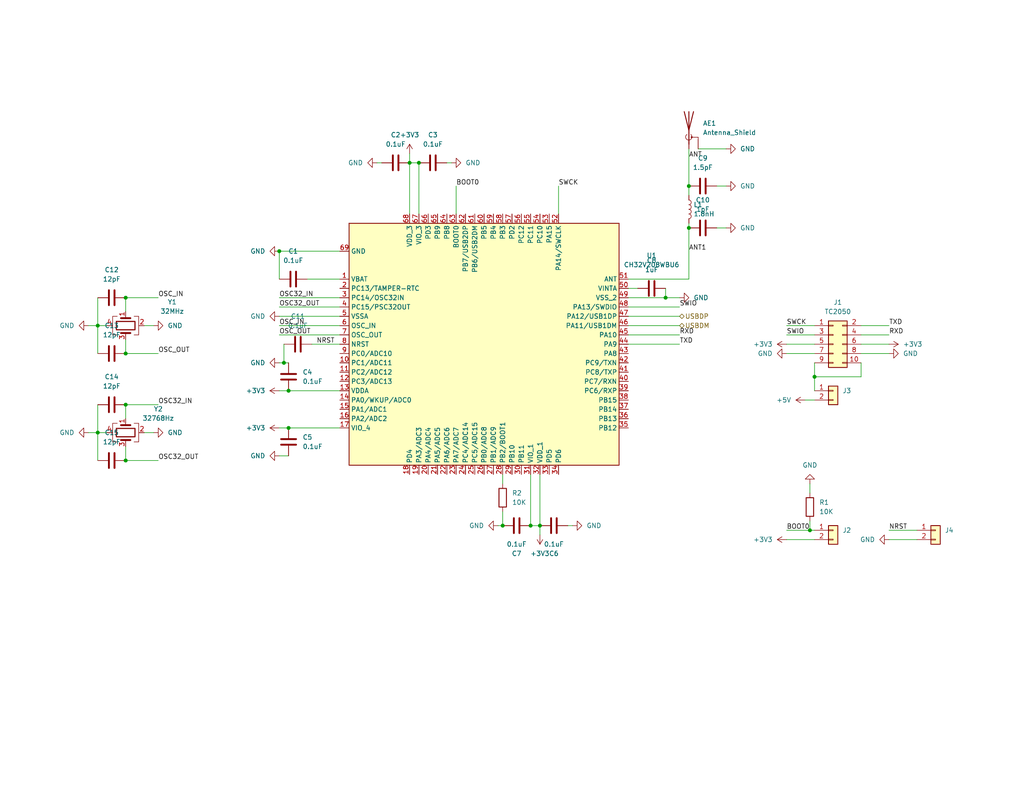
<source format=kicad_sch>
(kicad_sch (version 20230121) (generator eeschema)
  (paper "USLetter")
  (title_block (title "CH32V208W") (date "2023-05-30") (rev "1.0") (company "Thomas Reidemeister <treideme@gmail.com>") (comment 1 "Released under CERN-OHL-P (see LICENSE)"))
  (lib_symbols
    (symbol "Connector_Generic:Conn_01x02" (pin_names (offset 1.016) hide)
      (property "Reference" "J" (at 0 2.54 0))
      (property "Value" "Conn_01x02" (at 0 -5.08 0))
      (symbol "Conn_01x02_1_1"
        (rectangle (start -1.27 -2.413) (end 0 -2.667) (stroke (width 0.1524)))
        (rectangle (start -1.27 0.127) (end 0 -0.127) (stroke (width 0.1524)))
        (rectangle (start -1.27 1.27) (end 1.27 -3.81) (stroke (width 0.254)) (fill (type background)))
        (pin passive line (at -5.08 0 0) (length 3.81) (name "Pin_1") (number "1"))
        (pin passive line (at -5.08 -2.54 0) (length 3.81) (name "Pin_2") (number "2"))
      )
    )
    (symbol "Connector_Generic:Conn_02x05_Odd_Even" (pin_names (offset 1.016) hide)
      (property "Reference" "J" (at 1.27 7.62 0))
      (property "Value" "Conn_02x05_Odd_Even" (at 1.27 -7.62 0))
      (symbol "Conn_02x05_Odd_Even_1_1"
        (rectangle (start -1.27 -4.953) (end 0 -5.207) (stroke (width 0.1524)))
        (rectangle (start -1.27 -2.413) (end 0 -2.667) (stroke (width 0.1524)))
        (rectangle (start -1.27 0.127) (end 0 -0.127) (stroke (width 0.1524)))
        (rectangle (start -1.27 2.667) (end 0 2.413) (stroke (width 0.1524)))
        (rectangle (start -1.27 5.207) (end 0 4.953) (stroke (width 0.1524)))
        (rectangle (start -1.27 6.35) (end 3.81 -6.35) (stroke (width 0.254)) (fill (type background)))
        (rectangle (start 3.81 -4.953) (end 2.54 -5.207) (stroke (width 0.1524)))
        (rectangle (start 3.81 -2.413) (end 2.54 -2.667) (stroke (width 0.1524)))
        (rectangle (start 3.81 0.127) (end 2.54 -0.127) (stroke (width 0.1524)))
        (rectangle (start 3.81 2.667) (end 2.54 2.413) (stroke (width 0.1524)))
        (rectangle (start 3.81 5.207) (end 2.54 4.953) (stroke (width 0.1524)))
        (pin passive line (at -5.08 5.08 0) (length 3.81) (name "Pin_1") (number "1"))
        (pin passive line (at 7.62 -5.08 180) (length 3.81) (name "Pin_10") (number "10"))
        (pin passive line (at 7.62 5.08 180) (length 3.81) (name "Pin_2") (number "2"))
        (pin passive line (at -5.08 2.54 0) (length 3.81) (name "Pin_3") (number "3"))
        (pin passive line (at 7.62 2.54 180) (length 3.81) (name "Pin_4") (number "4"))
        (pin passive line (at -5.08 0 0) (length 3.81) (name "Pin_5") (number "5"))
        (pin passive line (at 7.62 0 180) (length 3.81) (name "Pin_6") (number "6"))
        (pin passive line (at -5.08 -2.54 0) (length 3.81) (name "Pin_7") (number "7"))
        (pin passive line (at 7.62 -2.54 180) (length 3.81) (name "Pin_8") (number "8"))
        (pin passive line (at -5.08 -5.08 0) (length 3.81) (name "Pin_9") (number "9"))
      )
    )
    (symbol "Device:Antenna_Shield" (pin_numbers hide) (pin_names (offset 1.016) hide)
      (property "Reference" "AE" (at -1.905 4.445 0))
      (property "Value" "Antenna_Shield" (at -1.905 2.54 0))
      (symbol "Antenna_Shield_0_1"
        (arc (start -0.508 -1.143) (mid -0.8429 -2.1194) (end 0 -2.667))
        (arc (start 0 -2.667) (mid 0.7989 -2.1052) (end 0.508 -1.143))
        (polyline (pts (xy 0 -2.54) (xy 0 0)))
        (polyline (pts (xy 0 5.08) (xy 0 -3.81)) (stroke (width 0.254)))
        (polyline (pts (xy 0.762 -1.905) (xy 2.54 -1.905)))
        (polyline (pts (xy 2.54 -2.54) (xy 2.54 -1.905)))
        (polyline (pts (xy 1.27 5.08) (xy 0 0) (xy -1.27 5.08)) (stroke (width 0.254)))
        (circle (center 0.762 -1.905) (radius 0.1778) (fill (type outline)))
      )
      (symbol "Antenna_Shield_1_1"
        (pin input line (at 0 -5.08 90) (length 2.54) (name "A") (number "1"))
        (pin input line (at 2.54 -5.08 90) (length 2.54) (name "Shield") (number "2"))
      )
    )
    (symbol "Device:C" (pin_numbers hide) (pin_names (offset 0.254))
      (property "Reference" "C" (at 0.635 2.54 0))
      (property "Value" "C" (at 0.635 -2.54 0))
      (symbol "C_0_1"
        (polyline (pts (xy -2.032 -0.762) (xy 2.032 -0.762)) (stroke (width 0.508)))
        (polyline (pts (xy -2.032 0.762) (xy 2.032 0.762)) (stroke (width 0.508)))
      )
      (symbol "C_1_1"
        (pin passive line (at 0 3.81 270) (length 2.794) (name "~") (number "1"))
        (pin passive line (at 0 -3.81 90) (length 2.794) (name "~") (number "2"))
      )
    )
    (symbol "Device:Crystal_GND24" (pin_names (offset 1.016) hide)
      (property "Reference" "Y" (at 3.175 5.08 0))
      (property "Value" "Crystal_GND24" (at 3.175 3.175 0))
      (symbol "Crystal_GND24_0_1"
        (rectangle (start -1.143 2.54) (end 1.143 -2.54) (stroke (width 0.3048)))
        (polyline (pts (xy -2.54 0) (xy -2.032 0)))
        (polyline (pts (xy -2.032 -1.27) (xy -2.032 1.27)) (stroke (width 0.508)))
        (polyline (pts (xy 0 -3.81) (xy 0 -3.556)))
        (polyline (pts (xy 0 3.556) (xy 0 3.81)))
        (polyline (pts (xy 2.032 -1.27) (xy 2.032 1.27)) (stroke (width 0.508)))
        (polyline (pts (xy 2.032 0) (xy 2.54 0)))
        (polyline (pts (xy -2.54 -2.286) (xy -2.54 -3.556) (xy 2.54 -3.556) (xy 2.54 -2.286)))
        (polyline (pts (xy -2.54 2.286) (xy -2.54 3.556) (xy 2.54 3.556) (xy 2.54 2.286)))
      )
      (symbol "Crystal_GND24_1_1"
        (pin passive line (at -3.81 0 0) (length 1.27) (name "1") (number "1"))
        (pin passive line (at 0 5.08 270) (length 1.27) (name "2") (number "2"))
        (pin passive line (at 3.81 0 180) (length 1.27) (name "3") (number "3"))
        (pin passive line (at 0 -5.08 90) (length 1.27) (name "4") (number "4"))
      )
    )
    (symbol "Device:L" (pin_numbers hide) (pin_names (offset 1.016) hide)
      (property "Reference" "L" (at -1.27 0 90))
      (property "Value" "L" (at 1.905 0 90))
      (symbol "L_0_1"
        (arc (start 0 -2.54) (mid 0.6323 -1.905) (end 0 -1.27))
        (arc (start 0 -1.27) (mid 0.6323 -0.635) (end 0 0))
        (arc (start 0 0) (mid 0.6323 0.635) (end 0 1.27))
        (arc (start 0 1.27) (mid 0.6323 1.905) (end 0 2.54))
      )
      (symbol "L_1_1"
        (pin passive line (at 0 3.81 270) (length 1.27) (name "1") (number "1"))
        (pin passive line (at 0 -3.81 90) (length 1.27) (name "2") (number "2"))
      )
    )
    (symbol "Device:R" (pin_numbers hide) (pin_names (offset 0))
      (property "Reference" "R" (at 2.032 0 90))
      (property "Value" "R" (at 0 0 90))
      (symbol "R_0_1"
        (rectangle (start -1.016 -2.54) (end 1.016 2.54) (stroke (width 0.254)))
      )
      (symbol "R_1_1"
        (pin passive line (at 0 3.81 270) (length 1.27) (name "~") (number "1"))
        (pin passive line (at 0 -3.81 90) (length 1.27) (name "~") (number "2"))
      )
    )
    (symbol "power:+3V3" (power) (pin_names (offset 0))
      (property "Value" "+3V3" (at 0 3.556 0))
      (symbol "+3V3_0_1"
        (polyline (pts (xy -0.762 1.27) (xy 0 2.54)))
        (polyline (pts (xy 0 0) (xy 0 2.54)))
        (polyline (pts (xy 0 2.54) (xy 0.762 1.27)))
      )
      (symbol "+3V3_1_1"
        (pin power_in line (at 0 0 90) (length 0) hide (name "+3V3") (number "1"))
      )
    )
    (symbol "power:+5V" (power) (pin_names (offset 0))
      (property "Value" "+5V" (at 0 3.556 0))
      (symbol "+5V_0_1"
        (polyline (pts (xy -0.762 1.27) (xy 0 2.54)))
        (polyline (pts (xy 0 0) (xy 0 2.54)))
        (polyline (pts (xy 0 2.54) (xy 0.762 1.27)))
      )
      (symbol "+5V_1_1"
        (pin power_in line (at 0 0 90) (length 0) hide (name "+5V") (number "1"))
      )
    )
    (symbol "power:GND" (power) (pin_names (offset 0))
      (property "Value" "GND" (at 0 -3.81 0))
      (symbol "GND_0_1"
        (polyline (pts (xy 0 0) (xy 0 -1.27) (xy 1.27 -1.27) (xy 0 -2.54) (xy -1.27 -1.27) (xy 0 -1.27)))
      )
      (symbol "GND_1_1"
        (pin power_in line (at 0 0 270) (length 0) hide (name "GND") (number "1"))
      )
    )
    (symbol "wch-mcu:CH32V208WBU6"
      (property "Reference" "U" (at 27.94 39.37 0))
      (property "Value" "CH32V208WBU6" (at 29.21 35.56 0))
      (symbol "CH32V208WBU6_0_1"
        (rectangle (start -36.83 33.02) (end 36.83 -33.02) (stroke (width 0.254)) (fill (type background)))
      )
      (symbol "CH32V208WBU6_1_1"
        (pin power_in line (at -39.37 17.78 0) (length 2.54) (name "VBAT") (number "1"))
        (pin bidirectional line (at -39.37 -5.08 0) (length 2.54) (name "PC1/ADC11") (number "10"))
        (pin bidirectional line (at -39.37 -7.62 0) (length 2.54) (name "PC2/ADC12") (number "11"))
        (pin bidirectional line (at -39.37 -10.16 0) (length 2.54) (name "PC3/ADC13") (number "12"))
        (pin power_in line (at -39.37 -12.7 0) (length 2.54) (name "VDDA") (number "13"))
        (pin bidirectional line (at -39.37 -15.24 0) (length 2.54) (name "PA0/WKUP/ADC0") (number "14"))
        (pin bidirectional line (at -39.37 -17.78 0) (length 2.54) (name "PA1/ADC1") (number "15"))
        (pin bidirectional line (at -39.37 -20.32 0) (length 2.54) (name "PA2/ADC2") (number "16"))
        (pin power_in line (at -39.37 -22.86 0) (length 2.54) (name "VIO_4") (number "17"))
        (pin bidirectional line (at -20.32 -35.56 90) (length 2.54) (name "PD4") (number "18"))
        (pin bidirectional line (at -17.78 -35.56 90) (length 2.54) (name "PA3/ADC3") (number "19"))
        (pin bidirectional line (at -39.37 15.24 0) (length 2.54) (name "PC13/TAMPER-RTC") (number "2"))
        (pin bidirectional line (at -15.24 -35.56 90) (length 2.54) (name "PA4/ADC4") (number "20"))
        (pin bidirectional line (at -12.7 -35.56 90) (length 2.54) (name "PA5/ADC5") (number "21"))
        (pin bidirectional line (at -10.16 -35.56 90) (length 2.54) (name "PA6/ADC6") (number "22"))
        (pin bidirectional line (at -7.62 -35.56 90) (length 2.54) (name "PA7/ADC7") (number "23"))
        (pin bidirectional line (at -5.08 -35.56 90) (length 2.54) (name "PC4/ADC14") (number "24"))
        (pin bidirectional line (at -2.54 -35.56 90) (length 2.54) (name "PC5/ADC15") (number "25"))
        (pin bidirectional line (at 0 -35.56 90) (length 2.54) (name "PB0/ADC8") (number "26"))
        (pin bidirectional line (at 2.54 -35.56 90) (length 2.54) (name "PB1/ADC9") (number "27"))
        (pin bidirectional line (at 5.08 -35.56 90) (length 2.54) (name "PB2/BOOT1") (number "28"))
        (pin bidirectional line (at 7.62 -35.56 90) (length 2.54) (name "PB10") (number "29"))
        (pin bidirectional line (at -39.37 12.7 0) (length 2.54) (name "PC14/OSC32IN") (number "3"))
        (pin bidirectional line (at 10.16 -35.56 90) (length 2.54) (name "PB11") (number "30"))
        (pin power_in line (at 12.7 -35.56 90) (length 2.54) (name "VIO_1") (number "31"))
        (pin power_in line (at 15.24 -35.56 90) (length 2.54) (name "VDD_1") (number "32"))
        (pin bidirectional line (at 17.78 -35.56 90) (length 2.54) (name "PD5") (number "33"))
        (pin bidirectional line (at 20.32 -35.56 90) (length 2.54) (name "PD6") (number "34"))
        (pin bidirectional line (at 39.37 -22.86 180) (length 2.54) (name "PB12") (number "35"))
        (pin bidirectional line (at 39.37 -20.32 180) (length 2.54) (name "PB13") (number "36"))
        (pin bidirectional line (at 39.37 -17.78 180) (length 2.54) (name "PB14") (number "37"))
        (pin bidirectional line (at 39.37 -15.24 180) (length 2.54) (name "PB15") (number "38"))
        (pin bidirectional line (at 39.37 -12.7 180) (length 2.54) (name "PC6/RXP") (number "39"))
        (pin bidirectional line (at -39.37 10.16 0) (length 2.54) (name "PC15/PSC32OUT") (number "4"))
        (pin bidirectional line (at 39.37 -10.16 180) (length 2.54) (name "PC7/RXN") (number "40"))
        (pin bidirectional line (at 39.37 -7.62 180) (length 2.54) (name "PC8/TXP") (number "41"))
        (pin bidirectional line (at 39.37 -5.08 180) (length 2.54) (name "PC9/TXN") (number "42"))
        (pin bidirectional line (at 39.37 -2.54 180) (length 2.54) (name "PA8") (number "43"))
        (pin bidirectional line (at 39.37 0 180) (length 2.54) (name "PA9") (number "44"))
        (pin bidirectional line (at 39.37 2.54 180) (length 2.54) (name "PA10") (number "45"))
        (pin bidirectional line (at 39.37 5.08 180) (length 2.54) (name "PA11/USB1DM") (number "46"))
        (pin bidirectional line (at 39.37 7.62 180) (length 2.54) (name "PA12/USB1DP") (number "47"))
        (pin bidirectional line (at 39.37 10.16 180) (length 2.54) (name "PA13/SWDIO") (number "48"))
        (pin power_in line (at 39.37 12.7 180) (length 2.54) (name "VSS_2") (number "49"))
        (pin power_in line (at -39.37 7.62 0) (length 2.54) (name "VSSA") (number "5"))
        (pin power_in line (at 39.37 15.24 180) (length 2.54) (name "VINTA") (number "50"))
        (pin output line (at 39.37 17.78 180) (length 2.54) (name "ANT") (number "51"))
        (pin bidirectional line (at 20.32 35.56 270) (length 2.54) (name "PA14/SWCLK") (number "52"))
        (pin bidirectional line (at 17.78 35.56 270) (length 2.54) (name "PA15") (number "53"))
        (pin bidirectional line (at 15.24 35.56 270) (length 2.54) (name "PC10") (number "54"))
        (pin bidirectional line (at 12.7 35.56 270) (length 2.54) (name "PC11") (number "55"))
        (pin bidirectional line (at 10.16 35.56 270) (length 2.54) (name "PC12") (number "56"))
        (pin bidirectional line (at 7.62 35.56 270) (length 2.54) (name "PD2") (number "57"))
        (pin bidirectional line (at 5.08 35.56 270) (length 2.54) (name "PB3") (number "58"))
        (pin bidirectional line (at 2.54 35.56 270) (length 2.54) (name "PB4") (number "59"))
        (pin input line (at -39.37 5.08 0) (length 2.54) (name "OSC_IN") (number "6"))
        (pin bidirectional line (at 0 35.56 270) (length 2.54) (name "PB5") (number "60"))
        (pin bidirectional line (at -2.54 35.56 270) (length 2.54) (name "PB6/USB2DM") (number "61"))
        (pin bidirectional line (at -5.08 35.56 270) (length 2.54) (name "PB7/USB2DP") (number "62"))
        (pin input line (at -7.62 35.56 270) (length 2.54) (name "BOOT0") (number "63"))
        (pin bidirectional line (at -10.16 35.56 270) (length 2.54) (name "PB8") (number "64"))
        (pin bidirectional line (at -12.7 35.56 270) (length 2.54) (name "PB9") (number "65"))
        (pin bidirectional line (at -15.24 35.56 270) (length 2.54) (name "PD3") (number "66"))
        (pin power_in line (at -17.78 35.56 270) (length 2.54) (name "VIO_3") (number "67"))
        (pin power_in line (at -20.32 35.56 270) (length 2.54) (name "VDD_3") (number "68"))
        (pin power_in line (at -39.37 25.4 0) (length 2.54) (name "GND") (number "69"))
        (pin output line (at -39.37 2.54 0) (length 2.54) (name "OSC_OUT") (number "7"))
        (pin input line (at -39.37 0 0) (length 2.54) (name "NRST") (number "8"))
        (pin bidirectional line (at -39.37 -2.54 0) (length 2.54) (name "PC0/ADC10") (number "9"))
      )
    )
  )
  (junction (at 34.29 125.73))
  (junction (at 147.32 143.51))
  (junction (at 26.67 88.9))
  (junction (at 34.29 96.52))
  (junction (at 181.61 81.28))
  (junction (at 34.29 110.49))
  (junction (at 222.25 102.87))
  (junction (at 26.67 118.11))
  (junction (at 111.76 44.45))
  (junction (at 144.78 143.51))
  (junction (at 78.74 116.84))
  (junction (at 187.96 62.23))
  (junction (at 76.2 68.58))
  (junction (at 77.47 99.06))
  (junction (at 34.29 81.28))
  (junction (at 187.96 50.8))
  (junction (at 78.74 106.68))
  (junction (at 220.98 144.78))
  (junction (at 137.16 143.51))
  (junction (at 114.3 44.45))
  (wire (pts (xy 83.82 76.2) (xy 92.71 76.2)))
  (wire (pts (xy 195.58 50.8) (xy 198.12 50.8)))
  (wire (pts (xy 26.67 88.9) (xy 29.21 88.9)))
  (wire (pts (xy 222.25 102.87) (xy 234.95 102.87)))
  (wire (pts (xy 214.63 88.9) (xy 222.25 88.9)))
  (wire (pts (xy 76.2 68.58) (xy 92.71 68.58)))
  (wire (pts (xy 111.76 41.91) (xy 111.76 44.45)))
  (wire (pts (xy 111.76 44.45) (xy 114.3 44.45)))
  (wire (pts (xy 137.16 143.51) (xy 135.89 143.51)))
  (wire (pts (xy 137.16 139.7) (xy 137.16 143.51)))
  (wire (pts (xy 187.96 60.96) (xy 187.96 62.23)))
  (wire (pts (xy 34.29 96.52) (xy 43.18 96.52)))
  (wire (pts (xy 152.4 50.8) (xy 152.4 58.42)))
  (wire (pts (xy 214.63 91.44) (xy 222.25 91.44)))
  (wire (pts (xy 147.32 143.51) (xy 144.78 143.51)))
  (wire (pts (xy 26.67 110.49) (xy 26.67 118.11)))
  (wire (pts (xy 195.58 62.23) (xy 198.12 62.23)))
  (wire (pts (xy 34.29 92.71) (xy 34.29 96.52)))
  (wire (pts (xy 242.57 144.78) (xy 250.19 144.78)))
  (wire (pts (xy 78.74 106.68) (xy 92.71 106.68)))
  (wire (pts (xy 26.67 118.11) (xy 26.67 125.73)))
  (wire (pts (xy 76.2 88.9) (xy 92.71 88.9)))
  (wire (pts (xy 220.98 132.08) (xy 220.98 134.62)))
  (wire (pts (xy 214.63 96.52) (xy 222.25 96.52)))
  (wire (pts (xy 234.95 99.06) (xy 234.95 102.87)))
  (wire (pts (xy 171.45 88.9) (xy 185.42 88.9)))
  (wire (pts (xy 39.37 88.9) (xy 41.91 88.9)))
  (wire (pts (xy 77.47 99.06) (xy 78.74 99.06)))
  (wire (pts (xy 76.2 106.68) (xy 78.74 106.68)))
  (wire (pts (xy 77.47 93.98) (xy 77.47 99.06)))
  (wire (pts (xy 219.71 109.22) (xy 222.25 109.22)))
  (wire (pts (xy 171.45 78.74) (xy 173.99 78.74)))
  (wire (pts (xy 234.95 91.44) (xy 242.57 91.44)))
  (wire (pts (xy 214.63 147.32) (xy 222.25 147.32)))
  (wire (pts (xy 242.57 147.32) (xy 250.19 147.32)))
  (wire (pts (xy 187.96 50.8) (xy 187.96 53.34)))
  (wire (pts (xy 34.29 85.09) (xy 34.29 81.28)))
  (wire (pts (xy 76.2 83.82) (xy 92.71 83.82)))
  (wire (pts (xy 76.2 91.44) (xy 92.71 91.44)))
  (wire (pts (xy 26.67 81.28) (xy 26.67 88.9)))
  (wire (pts (xy 234.95 93.98) (xy 242.57 93.98)))
  (wire (pts (xy 78.74 116.84) (xy 92.71 116.84)))
  (wire (pts (xy 76.2 68.58) (xy 76.2 76.2)))
  (wire (pts (xy 234.95 88.9) (xy 242.57 88.9)))
  (wire (pts (xy 171.45 86.36) (xy 185.42 86.36)))
  (wire (pts (xy 187.96 40.64) (xy 187.96 50.8)))
  (wire (pts (xy 34.29 125.73) (xy 43.18 125.73)))
  (wire (pts (xy 76.2 99.06) (xy 77.47 99.06)))
  (wire (pts (xy 76.2 86.36) (xy 92.71 86.36)))
  (wire (pts (xy 220.98 142.24) (xy 220.98 144.78)))
  (wire (pts (xy 171.45 93.98) (xy 185.42 93.98)))
  (wire (pts (xy 222.25 102.87) (xy 222.25 106.68)))
  (wire (pts (xy 147.32 146.05) (xy 147.32 143.51)))
  (wire (pts (xy 181.61 78.74) (xy 181.61 81.28)))
  (wire (pts (xy 85.09 93.98) (xy 92.71 93.98)))
  (wire (pts (xy 220.98 144.78) (xy 222.25 144.78)))
  (wire (pts (xy 147.32 129.54) (xy 147.32 143.51)))
  (wire (pts (xy 24.13 88.9) (xy 26.67 88.9)))
  (wire (pts (xy 34.29 114.3) (xy 34.29 110.49)))
  (wire (pts (xy 34.29 121.92) (xy 34.29 125.73)))
  (wire (pts (xy 26.67 88.9) (xy 26.67 96.52)))
  (wire (pts (xy 26.67 118.11) (xy 29.21 118.11)))
  (wire (pts (xy 102.87 44.45) (xy 104.14 44.45)))
  (wire (pts (xy 214.63 93.98) (xy 222.25 93.98)))
  (wire (pts (xy 34.29 81.28) (xy 43.18 81.28)))
  (wire (pts (xy 222.25 99.06) (xy 222.25 102.87)))
  (wire (pts (xy 137.16 129.54) (xy 137.16 132.08)))
  (wire (pts (xy 171.45 83.82) (xy 185.42 83.82)))
  (wire (pts (xy 76.2 81.28) (xy 92.71 81.28)))
  (wire (pts (xy 114.3 44.45) (xy 114.3 58.42)))
  (wire (pts (xy 171.45 81.28) (xy 181.61 81.28)))
  (wire (pts (xy 181.61 81.28) (xy 185.42 81.28)))
  (wire (pts (xy 111.76 44.45) (xy 111.76 58.42)))
  (wire (pts (xy 190.5 40.64) (xy 198.12 40.64)))
  (wire (pts (xy 187.96 76.2) (xy 171.45 76.2)))
  (wire (pts (xy 39.37 118.11) (xy 41.91 118.11)))
  (wire (pts (xy 171.45 91.44) (xy 185.42 91.44)))
  (wire (pts (xy 24.13 118.11) (xy 26.67 118.11)))
  (wire (pts (xy 214.63 144.78) (xy 220.98 144.78)))
  (wire (pts (xy 34.29 110.49) (xy 43.18 110.49)))
  (wire (pts (xy 234.95 96.52) (xy 242.57 96.52)))
  (wire (pts (xy 76.2 124.46) (xy 78.74 124.46)))
  (wire (pts (xy 76.2 116.84) (xy 78.74 116.84)))
  (wire (pts (xy 121.92 44.45) (xy 123.19 44.45)))
  (wire (pts (xy 156.21 143.51) (xy 154.94 143.51)))
  (wire (pts (xy 187.96 62.23) (xy 187.96 76.2)))
  (wire (pts (xy 144.78 129.54) (xy 144.78 143.51)))
  (wire (pts (xy 124.46 50.8) (xy 124.46 58.42)))
  (label "SWCK" (at 214.63 88.9 0))
  (label "OSC_IN" (at 43.18 81.28 0))
  (label "NRST" (at 86.36 93.98 0))
  (label "OSC32_OUT" (at 43.18 125.73 0))
  (label "ANT1" (at 187.96 68.58 0))
  (label "OSC_OUT" (at 43.18 96.52 0))
  (label "OSC32_OUT" (at 76.2 83.82 0))
  (label "RXD" (at 185.42 91.44 0))
  (label "OSC_OUT" (at 76.2 91.44 0))
  (label "OSC32_IN" (at 43.18 110.49 0))
  (label "OSC_IN" (at 76.2 88.9 0))
  (label "TXD" (at 185.42 93.98 0))
  (label "OSC32_IN" (at 76.2 81.28 0))
  (label "SWCK" (at 152.4 50.8 0))
  (label "TXD" (at 242.57 88.9 0))
  (label "ANT" (at 187.96 43.18 0))
  (label "BOOT0" (at 124.46 50.8 0))
  (label "SWIO" (at 214.63 91.44 0))
  (label "RXD" (at 242.57 91.44 0))
  (label "BOOT0" (at 214.63 144.78 0))
  (label "NRST" (at 242.57 144.78 0))
  (label "SWIO" (at 185.42 83.82 0))
  (hierarchical_label "USBDM" (shape bidirectional) (at 185.42 88.9 0))
  (hierarchical_label "USBDP" (shape bidirectional) (at 185.42 86.36 0))
  (symbol (lib_id "power:GND") (at 198.12 62.23 90) (unit 1)
    (property "Reference" "#PWR014" (effects hide))
    (property "Value" "GND" (at 201.93 62.23 90) (effects (justify right)))
  )
  (symbol (lib_id "Device:R") (at 220.98 138.43 0) (unit 1)
    (property "Reference" "R1" (at 223.52 137.16 0) (effects (justify left)))
    (property "Value" "10K" (at 223.52 139.7 0) (effects (justify left)))
    (property "Footprint" "Resistor_SMD:R_0402_1005Metric_Pad0.72x0.64mm_HandSolder" (effects hide))
  )
  (symbol (lib_id "Device:Crystal_GND24") (at 34.29 88.9 270) (unit 1)
    (property "Reference" "Y1" (at 46.99 82.4483 90))
    (property "Value" "32MHz" (at 46.99 84.9883 90))
    (property "Footprint" "Crystal:Crystal_SMD_3225-4Pin_3.2x2.5mm_HandSoldering" (effects hide))
    (property "Datasheet" "https://www.lcsc.com/product-detail/Crystals_Yangxing-Tech-X322532MOB4SI_C9009.html" (effects hide))
  )
  (symbol (lib_id "power:GND") (at 185.42 81.28 90) (unit 1)
    (property "Reference" "#PWR03" (effects hide))
    (property "Value" "GND" (at 189.23 81.28 90) (effects (justify right)))
  )
  (symbol (lib_id "power:GND") (at 242.57 147.32 270) (unit 1)
    (property "Reference" "#PWR024" (effects hide))
    (property "Value" "GND" (at 238.76 147.32 90) (effects (justify right)))
  )
  (symbol (lib_id "power:GND") (at 102.87 44.45 270) (unit 1)
    (property "Reference" "#PWR04" (effects hide))
    (property "Value" "GND" (at 99.06 44.45 90) (effects (justify right)))
  )
  (symbol (lib_id "Device:C") (at 140.97 143.51 270) (unit 1)
    (property "Reference" "C7" (at 140.97 151.13 90))
    (property "Value" "0.1uF" (at 140.97 148.59 90))
    (property "Footprint" "Capacitor_SMD:C_0402_1005Metric_Pad0.74x0.62mm_HandSolder" (effects hide))
  )
  (symbol (lib_id "power:GND") (at 76.2 124.46 270) (unit 1)
    (property "Reference" "#PWR08" (effects hide))
    (property "Value" "GND" (at 72.39 124.46 90) (effects (justify right)))
  )
  (symbol (lib_id "power:GND") (at 123.19 44.45 90) (unit 1)
    (property "Reference" "#PWR05" (effects hide))
    (property "Value" "GND" (at 127 44.45 90) (effects (justify right)))
  )
  (symbol (lib_id "Device:C") (at 118.11 44.45 90) (unit 1)
    (property "Reference" "C3" (at 118.11 36.83 90))
    (property "Value" "0.1uF" (at 118.11 39.37 90))
    (property "Footprint" "Capacitor_SMD:C_0402_1005Metric_Pad0.74x0.62mm_HandSolder" (effects hide))
  )
  (symbol (lib_id "Device:C") (at 78.74 102.87 180) (unit 1)
    (property "Reference" "C4" (at 82.55 101.6 0) (effects (justify right)))
    (property "Value" "0.1uF" (at 82.55 104.14 0) (effects (justify right)))
    (property "Footprint" "Capacitor_SMD:C_0402_1005Metric_Pad0.74x0.62mm_HandSolder" (effects hide))
  )
  (symbol (lib_id "Device:C") (at 30.48 110.49 90) (unit 1)
    (property "Reference" "C14" (at 30.48 102.87 90))
    (property "Value" "12pF" (at 30.48 105.41 90))
    (property "Footprint" "Capacitor_SMD:C_0402_1005Metric_Pad0.74x0.62mm_HandSolder" (effects hide))
  )
  (symbol (lib_id "power:+3V3") (at 214.63 93.98 90) (unit 1)
    (property "Reference" "#PWR017" (effects hide))
    (property "Value" "+3V3" (at 210.82 93.98 90) (effects (justify left)))
  )
  (symbol (lib_id "Device:C") (at 151.13 143.51 90) (unit 1)
    (property "Reference" "C6" (at 151.13 151.13 90))
    (property "Value" "0.1uF" (at 151.13 148.59 90))
    (property "Footprint" "Capacitor_SMD:C_0402_1005Metric_Pad0.74x0.62mm_HandSolder" (effects hide))
  )
  (symbol (lib_id "Device:C") (at 191.77 62.23 90) (unit 1)
    (property "Reference" "C10" (at 191.77 54.61 90))
    (property "Value" "1pF" (at 191.77 57.15 90))
    (property "Footprint" "Capacitor_SMD:C_0402_1005Metric_Pad0.74x0.62mm_HandSolder" (effects hide))
  )
  (symbol (lib_id "Device:C") (at 78.74 120.65 180) (unit 1)
    (property "Reference" "C5" (at 82.55 119.38 0) (effects (justify right)))
    (property "Value" "0.1uF" (at 82.55 121.92 0) (effects (justify right)))
    (property "Footprint" "Capacitor_SMD:C_0402_1005Metric_Pad0.74x0.62mm_HandSolder" (effects hide))
  )
  (symbol (lib_id "power:GND") (at 24.13 118.11 270) (unit 1)
    (property "Reference" "#PWR026" (effects hide))
    (property "Value" "GND" (at 20.32 118.11 90) (effects (justify right)))
  )
  (symbol (lib_id "Device:C") (at 30.48 81.28 90) (unit 1)
    (property "Reference" "C12" (at 30.48 73.66 90))
    (property "Value" "12pF" (at 30.48 76.2 90))
    (property "Footprint" "Capacitor_SMD:C_0402_1005Metric_Pad0.74x0.62mm_HandSolder" (effects hide))
  )
  (symbol (lib_id "Device:Crystal_GND24") (at 34.29 118.11 270) (unit 1)
    (property "Reference" "Y2" (at 43.18 111.6583 90))
    (property "Value" "32768Hz" (at 43.18 114.1983 90))
    (property "Footprint" "Crystal:Crystal_SMD_3225-4Pin_3.2x2.5mm_HandSoldering" (effects hide))
    (property "Datasheet" "https://www.lcsc.com/product-detail/Crystals_Yangxing-Tech-X322532MOB4SI_C9009.html" (effects hide))
  )
  (symbol (lib_id "Device:Antenna_Shield") (at 187.96 35.56 0) (unit 1)
    (property "Reference" "AE1" (at 191.77 33.655 0) (effects (justify left)))
    (property "Value" "Antenna_Shield" (at 191.77 36.195 0) (effects (justify left)))
    (property "Footprint" "wch-antenna-pretty:ANT-F-1-2.4G-1.6MM-FR4-WCH" (effects hide))
  )
  (symbol (lib_id "Device:C") (at 80.01 76.2 90) (unit 1)
    (property "Reference" "C1" (at 80.01 68.58 90))
    (property "Value" "0.1uF" (at 80.01 71.12 90))
    (property "Footprint" "Capacitor_SMD:C_0402_1005Metric_Pad0.74x0.62mm_HandSolder" (effects hide))
  )
  (symbol (lib_id "power:GND") (at 24.13 88.9 270) (unit 1)
    (property "Reference" "#PWR025" (effects hide))
    (property "Value" "GND" (at 20.32 88.9 90) (effects (justify right)))
  )
  (symbol (lib_id "Device:R") (at 137.16 135.89 0) (unit 1)
    (property "Reference" "R2" (at 139.7 134.62 0) (effects (justify left)))
    (property "Value" "10K" (at 139.7 137.16 0) (effects (justify left)))
    (property "Footprint" "Resistor_SMD:R_0402_1005Metric_Pad0.72x0.64mm_HandSolder" (effects hide))
  )
  (symbol (lib_id "power:+3V3") (at 147.32 146.05 180) (unit 1)
    (property "Reference" "#PWR012" (effects hide))
    (property "Value" "+3V3" (at 147.32 151.13 0))
  )
  (symbol (lib_id "Device:C") (at 30.48 96.52 90) (unit 1)
    (property "Reference" "C13" (at 30.48 88.9 90))
    (property "Value" "12pF" (at 30.48 91.44 90))
    (property "Footprint" "Capacitor_SMD:C_0402_1005Metric_Pad0.74x0.62mm_HandSolder" (effects hide))
  )
  (symbol (lib_id "power:GND") (at 198.12 50.8 90) (unit 1)
    (property "Reference" "#PWR015" (effects hide))
    (property "Value" "GND" (at 201.93 50.8 90) (effects (justify right)))
  )
  (symbol (lib_id "power:GND") (at 242.57 96.52 90) (unit 1)
    (property "Reference" "#PWR018" (effects hide))
    (property "Value" "GND" (at 246.38 96.52 90) (effects (justify right)))
  )
  (symbol (lib_id "power:+3V3") (at 214.63 147.32 90) (unit 1)
    (property "Reference" "#PWR020" (effects hide))
    (property "Value" "+3V3" (at 210.82 147.32 90) (effects (justify left)))
  )
  (symbol (lib_id "power:GND") (at 41.91 118.11 90) (unit 1)
    (property "Reference" "#PWR027" (effects hide))
    (property "Value" "GND" (at 45.72 118.11 90) (effects (justify right)))
  )
  (symbol (lib_id "power:GND") (at 41.91 88.9 90) (unit 1)
    (property "Reference" "#PWR023" (effects hide))
    (property "Value" "GND" (at 45.72 88.9 90) (effects (justify right)))
  )
  (symbol (lib_id "power:GND") (at 76.2 86.36 270) (unit 1)
    (property "Reference" "#PWR02" (effects hide))
    (property "Value" "GND" (at 72.39 86.36 90) (effects (justify right)))
  )
  (symbol (lib_id "power:GND") (at 214.63 96.52 270) (unit 1)
    (property "Reference" "#PWR019" (effects hide))
    (property "Value" "GND" (at 210.82 96.52 90) (effects (justify right)))
  )
  (symbol (lib_id "power:GND") (at 220.98 132.08 180) (unit 1)
    (property "Reference" "#PWR021" (effects hide))
    (property "Value" "GND" (at 220.98 127 0))
  )
  (symbol (lib_id "power:GND") (at 76.2 99.06 270) (unit 1)
    (property "Reference" "#PWR07" (effects hide))
    (property "Value" "GND" (at 72.39 99.06 90) (effects (justify right)))
  )
  (symbol (lib_id "power:+3V3") (at 76.2 106.68 90) (unit 1)
    (property "Reference" "#PWR09" (effects hide))
    (property "Value" "+3V3" (at 72.39 106.68 90) (effects (justify left)))
  )
  (symbol (lib_id "Device:C") (at 30.48 125.73 90) (unit 1)
    (property "Reference" "C15" (at 30.48 118.11 90))
    (property "Value" "12pF" (at 30.48 120.65 90))
    (property "Footprint" "Capacitor_SMD:C_0402_1005Metric_Pad0.74x0.62mm_HandSolder" (effects hide))
  )
  (symbol (lib_id "power:GND") (at 76.2 68.58 270) (unit 1)
    (property "Reference" "#PWR01" (effects hide))
    (property "Value" "GND" (at 72.39 68.58 90) (effects (justify right)))
  )
  (symbol (lib_id "Connector_Generic:Conn_01x02") (at 227.33 144.78 0) (unit 1)
    (property "Reference" "J2" (at 229.87 144.78 0) (effects (justify left)))
    (property "Value" "Conn_01x02" (effects hide))
    (property "Footprint" "Connector_PinHeader_2.54mm:PinHeader_1x02_P2.54mm_Vertical" (effects hide))
  )
  (symbol (lib_id "Device:C") (at 81.28 93.98 90) (unit 1)
    (property "Reference" "C11" (at 81.28 86.36 90))
    (property "Value" "0.1uF" (at 81.28 88.9 90))
    (property "Footprint" "Capacitor_SMD:C_0402_1005Metric_Pad0.74x0.62mm_HandSolder" (effects hide))
  )
  (symbol (lib_id "power:GND") (at 198.12 40.64 90) (unit 1)
    (property "Reference" "#PWR067" (effects hide))
    (property "Value" "GND" (at 201.93 40.64 90) (effects (justify right)))
  )
  (symbol (lib_id "Device:C") (at 107.95 44.45 270) (unit 1)
    (property "Reference" "C2" (at 107.95 36.83 90))
    (property "Value" "0.1uF" (at 107.95 39.37 90))
    (property "Footprint" "Capacitor_SMD:C_0402_1005Metric_Pad0.74x0.62mm_HandSolder" (effects hide))
  )
  (symbol (lib_id "Connector_Generic:Conn_02x05_Odd_Even") (at 227.33 93.98 0) (unit 1)
    (property "Reference" "J1" (at 228.6 82.55 0))
    (property "Value" "TC2050" (at 228.6 85.09 0))
    (property "Footprint" "Connector:Tag-Connect_TC2050-IDC-FP_2x05_P1.27mm_Vertical" (effects hide))
  )
  (symbol (lib_id "power:+3V3") (at 76.2 116.84 90) (unit 1)
    (property "Reference" "#PWR010" (effects hide))
    (property "Value" "+3V3" (at 72.39 116.84 90) (effects (justify left)))
  )
  (symbol (lib_id "power:GND") (at 135.89 143.51 270) (unit 1)
    (property "Reference" "#PWR013" (effects hide))
    (property "Value" "GND" (at 132.08 143.51 90) (effects (justify right)))
  )
  (symbol (lib_id "power:+3V3") (at 242.57 93.98 270) (unit 1)
    (property "Reference" "#PWR016" (effects hide))
    (property "Value" "+3V3" (at 246.38 93.98 90) (effects (justify left)))
  )
  (symbol (lib_id "power:+3V3") (at 111.76 41.91 0) (unit 1)
    (property "Reference" "#PWR06" (effects hide))
    (property "Value" "+3V3" (at 111.76 36.83 0))
  )
  (symbol (lib_id "Connector_Generic:Conn_01x02") (at 227.33 106.68 0) (unit 1)
    (property "Reference" "J3" (at 229.87 106.68 0) (effects (justify left)))
    (property "Value" "Conn_01x02" (effects hide))
    (property "Footprint" "Connector_PinHeader_2.54mm:PinHeader_1x02_P2.54mm_Vertical" (effects hide))
  )
  (symbol (lib_id "Connector_Generic:Conn_01x02") (at 255.27 144.78 0) (unit 1)
    (property "Reference" "J4" (at 257.81 144.78 0) (effects (justify left)))
    (property "Value" "Conn_01x02" (effects hide))
    (property "Footprint" "Connector_PinHeader_2.54mm:PinHeader_1x02_P2.54mm_Vertical" (effects hide))
  )
  (symbol (lib_id "Device:L") (at 187.96 57.15 0) (unit 1)
    (property "Reference" "L1" (at 189.23 55.88 0) (effects (justify left)))
    (property "Value" "1.8nH" (at 189.23 58.42 0) (effects (justify left)))
    (property "Footprint" "Inductor_SMD:L_0402_1005Metric_Pad0.77x0.64mm_HandSolder" (effects hide))
  )
  (symbol (lib_id "Device:C") (at 191.77 50.8 90) (unit 1)
    (property "Reference" "C9" (at 191.77 43.18 90))
    (property "Value" "1.5pF" (at 191.77 45.72 90))
    (property "Footprint" "Capacitor_SMD:C_0402_1005Metric_Pad0.74x0.62mm_HandSolder" (effects hide))
  )
  (symbol (lib_id "Device:C") (at 177.8 78.74 270) (unit 1)
    (property "Reference" "C8" (at 177.8 71.12 90))
    (property "Value" "1uF" (at 177.8 73.66 90))
    (property "Footprint" "Capacitor_SMD:C_0402_1005Metric_Pad0.74x0.62mm_HandSolder" (effects hide))
  )
  (symbol (lib_id "power:+5V") (at 219.71 109.22 90) (unit 1)
    (property "Reference" "#PWR022" (effects hide))
    (property "Value" "+5V" (at 215.9 109.22 90) (effects (justify left)))
  )
  (symbol (lib_id "power:GND") (at 156.21 143.51 90) (unit 1)
    (property "Reference" "#PWR011" (effects hide))
    (property "Value" "GND" (at 160.02 143.51 90) (effects (justify right)))
  )
  (symbol (lib_id "wch-mcu:CH32V208WBU6") (at 132.08 93.98 0) (unit 1)
    (property "Reference" "U1" (at 177.8 69.7483 0))
    (property "Value" "CH32V208WBU6" (at 177.8 72.2883 0))
    (property "Footprint" "Package_DFN_QFN:QFN-68-1EP_8x8mm_P0.4mm_EP6.4x6.4mm_ThermalVias" (effects hide))
    (property "Datasheet" "http://www.wch-ic.com/downloads/CH32V208DS0_PDF.html" (effects hide))
  )
)
</source>
